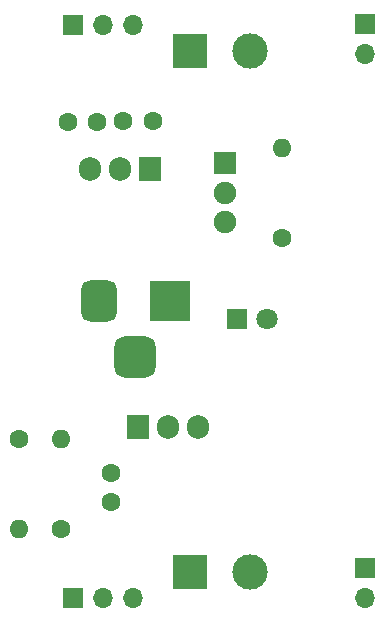
<source format=gbs>
%TF.GenerationSoftware,KiCad,Pcbnew,8.0.4*%
%TF.CreationDate,2025-01-30T18:37:50+05:30*%
%TF.ProjectId,Bread_board_power_supply,42726561-645f-4626-9f61-72645f706f77,1*%
%TF.SameCoordinates,Original*%
%TF.FileFunction,Soldermask,Bot*%
%TF.FilePolarity,Negative*%
%FSLAX46Y46*%
G04 Gerber Fmt 4.6, Leading zero omitted, Abs format (unit mm)*
G04 Created by KiCad (PCBNEW 8.0.4) date 2025-01-30 18:37:50*
%MOMM*%
%LPD*%
G01*
G04 APERTURE LIST*
G04 Aperture macros list*
%AMRoundRect*
0 Rectangle with rounded corners*
0 $1 Rounding radius*
0 $2 $3 $4 $5 $6 $7 $8 $9 X,Y pos of 4 corners*
0 Add a 4 corners polygon primitive as box body*
4,1,4,$2,$3,$4,$5,$6,$7,$8,$9,$2,$3,0*
0 Add four circle primitives for the rounded corners*
1,1,$1+$1,$2,$3*
1,1,$1+$1,$4,$5*
1,1,$1+$1,$6,$7*
1,1,$1+$1,$8,$9*
0 Add four rect primitives between the rounded corners*
20,1,$1+$1,$2,$3,$4,$5,0*
20,1,$1+$1,$4,$5,$6,$7,0*
20,1,$1+$1,$6,$7,$8,$9,0*
20,1,$1+$1,$8,$9,$2,$3,0*%
G04 Aperture macros list end*
%ADD10C,1.600000*%
%ADD11O,1.600000X1.600000*%
%ADD12R,1.905000X2.000000*%
%ADD13O,1.905000X2.000000*%
%ADD14R,1.800000X1.800000*%
%ADD15C,1.800000*%
%ADD16R,3.500000X3.500000*%
%ADD17RoundRect,0.750000X-0.750000X-1.000000X0.750000X-1.000000X0.750000X1.000000X-0.750000X1.000000X0*%
%ADD18RoundRect,0.875000X-0.875000X-0.875000X0.875000X-0.875000X0.875000X0.875000X-0.875000X0.875000X0*%
%ADD19R,1.700000X1.700000*%
%ADD20O,1.700000X1.700000*%
%ADD21R,3.000000X3.000000*%
%ADD22C,3.000000*%
%ADD23R,1.900000X1.900000*%
%ADD24C,1.900000*%
G04 APERTURE END LIST*
D10*
%TO.C,C1*%
X84308000Y-56642000D03*
X81808000Y-56642000D03*
%TD*%
%TO.C,R1*%
X72940000Y-83560000D03*
D11*
X72940000Y-91180000D03*
%TD*%
D10*
%TO.C,R2*%
X95250000Y-66548000D03*
D11*
X95250000Y-58928000D03*
%TD*%
D12*
%TO.C,U1*%
X84074000Y-60706000D03*
D13*
X81534000Y-60706000D03*
X78994000Y-60706000D03*
%TD*%
D10*
%TO.C,C2*%
X79590000Y-56660000D03*
X77090000Y-56660000D03*
%TD*%
%TO.C,R3*%
X76570000Y-91180000D03*
D11*
X76570000Y-83560000D03*
%TD*%
D14*
%TO.C,D1*%
X91440000Y-73406000D03*
D15*
X93980000Y-73406000D03*
%TD*%
D16*
%TO.C,J7*%
X85756000Y-71882000D03*
D17*
X79756000Y-71882000D03*
D18*
X82756000Y-76582000D03*
%TD*%
D19*
%TO.C,J2*%
X102250000Y-94420000D03*
D20*
X102250000Y-96960000D03*
%TD*%
D21*
%TO.C,J6*%
X87490000Y-94810000D03*
D22*
X92570000Y-94810000D03*
%TD*%
D10*
%TO.C,C3*%
X80770000Y-86380000D03*
X80770000Y-88880000D03*
%TD*%
D21*
%TO.C,J5*%
X87490000Y-50670000D03*
D22*
X92570000Y-50670000D03*
%TD*%
D23*
%TO.C,S1*%
X90424000Y-60198000D03*
D24*
X90424000Y-62698000D03*
X90424000Y-65198000D03*
%TD*%
D19*
%TO.C,J3*%
X77584000Y-48470000D03*
D20*
X80124000Y-48470000D03*
X82664000Y-48470000D03*
%TD*%
D19*
%TO.C,J1*%
X102250000Y-48430000D03*
D20*
X102250000Y-50970000D03*
%TD*%
D12*
%TO.C,U2*%
X83060000Y-82530000D03*
D13*
X85600000Y-82530000D03*
X88140000Y-82530000D03*
%TD*%
D19*
%TO.C,J4*%
X77584000Y-97010000D03*
D20*
X80124000Y-97010000D03*
X82664000Y-97010000D03*
%TD*%
M02*

</source>
